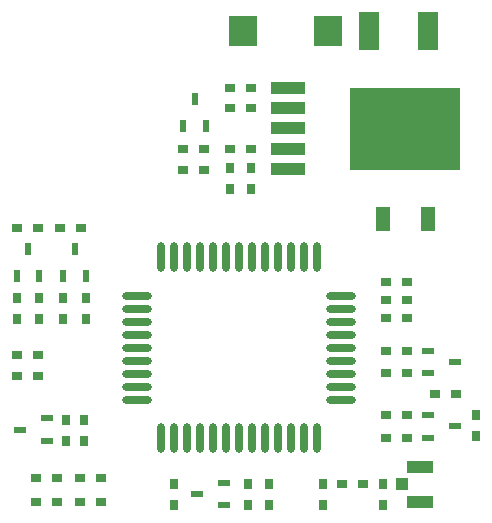
<source format=gtp>
%FSLAX25Y25*%
%MOIN*%
G70*
G01*
G75*
G04 Layer_Color=8421504*
%ADD10C,0.02000*%
%ADD11C,0.03200*%
%ADD12C,0.03200*%
%ADD13R,0.03000X0.03500*%
%ADD14R,0.03500X0.03000*%
%ADD15R,0.02362X0.04299*%
%ADD16O,0.02756X0.09843*%
%ADD17O,0.09843X0.02756*%
%ADD18R,0.08661X0.04134*%
%ADD19R,0.04331X0.03937*%
%ADD20R,0.04299X0.02362*%
%ADD21R,0.04921X0.07874*%
%ADD22R,0.07087X0.12992*%
%ADD23R,0.11811X0.04213*%
%ADD24R,0.37008X0.27559*%
%ADD25R,0.09449X0.10236*%
%ADD26C,0.01000*%
%ADD27C,0.03000*%
%ADD28C,0.02500*%
%ADD29C,0.04000*%
%ADD30C,0.07000*%
%ADD31C,0.04200*%
%ADD32C,0.02800*%
%ADD33C,0.06000*%
%ADD34R,0.06000X0.06000*%
%ADD35C,0.02500*%
%ADD36R,0.10236X0.09449*%
%ADD37R,0.05118X0.03150*%
%ADD38R,0.06693X0.05906*%
%ADD39C,0.04000*%
%ADD40R,0.02362X0.01969*%
%ADD41C,0.00800*%
%ADD42C,0.01500*%
%ADD43C,0.00500*%
%ADD44C,0.01600*%
%ADD45C,0.00700*%
%ADD46C,0.00600*%
%ADD47C,0.00100*%
%ADD48R,0.01181X0.08412*%
%ADD49R,0.01870X0.17323*%
%ADD50C,0.00787*%
%ADD51R,0.17323X0.01870*%
D13*
X117500Y9000D02*
D03*
Y16000D02*
D03*
X137500D02*
D03*
Y9000D02*
D03*
X93500Y121307D02*
D03*
Y114307D02*
D03*
X86500Y121307D02*
D03*
Y114307D02*
D03*
X31000Y78000D02*
D03*
Y71000D02*
D03*
X38500Y78000D02*
D03*
Y71000D02*
D03*
X15500Y78000D02*
D03*
Y71000D02*
D03*
X23000Y78000D02*
D03*
Y71000D02*
D03*
X68000Y9000D02*
D03*
Y16000D02*
D03*
X168500Y32000D02*
D03*
Y39000D02*
D03*
X38000Y30500D02*
D03*
Y37500D02*
D03*
X92500Y9000D02*
D03*
Y16000D02*
D03*
X32000Y37500D02*
D03*
Y30500D02*
D03*
X99500Y16000D02*
D03*
Y9000D02*
D03*
D14*
X131000Y16000D02*
D03*
X124000D02*
D03*
X86500Y148000D02*
D03*
X93500D02*
D03*
Y127921D02*
D03*
X86500D02*
D03*
X71000Y120900D02*
D03*
X78000D02*
D03*
Y127900D02*
D03*
X71000D02*
D03*
X37000Y101400D02*
D03*
X30000D02*
D03*
X15500D02*
D03*
X22500D02*
D03*
X155000Y46000D02*
D03*
X162000D02*
D03*
X145500Y39000D02*
D03*
X138500D02*
D03*
X145500Y31500D02*
D03*
X138500D02*
D03*
X145500Y60500D02*
D03*
X138500D02*
D03*
X145500Y53000D02*
D03*
X138500D02*
D03*
X36500Y18000D02*
D03*
X43500D02*
D03*
X36500Y10000D02*
D03*
X43500D02*
D03*
X29000Y18000D02*
D03*
X22000D02*
D03*
X29000Y10000D02*
D03*
X22000D02*
D03*
X22600Y59000D02*
D03*
X15600D02*
D03*
X22600Y52000D02*
D03*
X15600D02*
D03*
X145500Y77500D02*
D03*
X138500D02*
D03*
X145500Y71500D02*
D03*
X138500D02*
D03*
X145500Y83500D02*
D03*
X138500D02*
D03*
X86500Y141307D02*
D03*
X93500D02*
D03*
D15*
X71000Y135400D02*
D03*
X78480D02*
D03*
X74740Y144487D02*
D03*
X31000Y85500D02*
D03*
X38480D02*
D03*
X34740Y94587D02*
D03*
X15500Y85500D02*
D03*
X22980D02*
D03*
X19240Y94587D02*
D03*
D16*
X67846Y91618D02*
D03*
X63516D02*
D03*
Y31382D02*
D03*
X67846D02*
D03*
X72177D02*
D03*
X76508D02*
D03*
X80839D02*
D03*
X85169D02*
D03*
X89500D02*
D03*
X93831D02*
D03*
X98161D02*
D03*
X102492D02*
D03*
X106823D02*
D03*
X111154D02*
D03*
X115484D02*
D03*
X72177Y91618D02*
D03*
X76508D02*
D03*
X80839D02*
D03*
X85169D02*
D03*
X89500D02*
D03*
X93831D02*
D03*
X98161D02*
D03*
X102492D02*
D03*
X106823D02*
D03*
X111154D02*
D03*
X115484D02*
D03*
D17*
X55642Y78823D02*
D03*
Y74492D02*
D03*
Y70161D02*
D03*
Y65831D02*
D03*
X55600Y61500D02*
D03*
X55642Y57169D02*
D03*
Y52839D02*
D03*
Y48508D02*
D03*
Y44177D02*
D03*
X123358D02*
D03*
Y48508D02*
D03*
Y52839D02*
D03*
Y57169D02*
D03*
Y61500D02*
D03*
Y65831D02*
D03*
Y70161D02*
D03*
Y74492D02*
D03*
Y78823D02*
D03*
D18*
X150000Y10193D02*
D03*
Y21807D02*
D03*
D19*
X143701Y16000D02*
D03*
D20*
X152500Y60500D02*
D03*
Y53020D02*
D03*
X161587Y56760D02*
D03*
X25500Y30500D02*
D03*
Y37980D02*
D03*
X16413Y34240D02*
D03*
X84500Y9000D02*
D03*
Y16480D02*
D03*
X75413Y12740D02*
D03*
X161587Y35260D02*
D03*
X152500Y31520D02*
D03*
Y39000D02*
D03*
D21*
X152382Y104400D02*
D03*
X137618D02*
D03*
D22*
X152500Y167000D02*
D03*
X132815D02*
D03*
D23*
X106000Y121228D02*
D03*
Y134614D02*
D03*
Y127921D02*
D03*
Y141307D02*
D03*
Y148000D02*
D03*
D24*
X144888Y134575D02*
D03*
D25*
X119173Y167000D02*
D03*
X90827D02*
D03*
M02*

</source>
